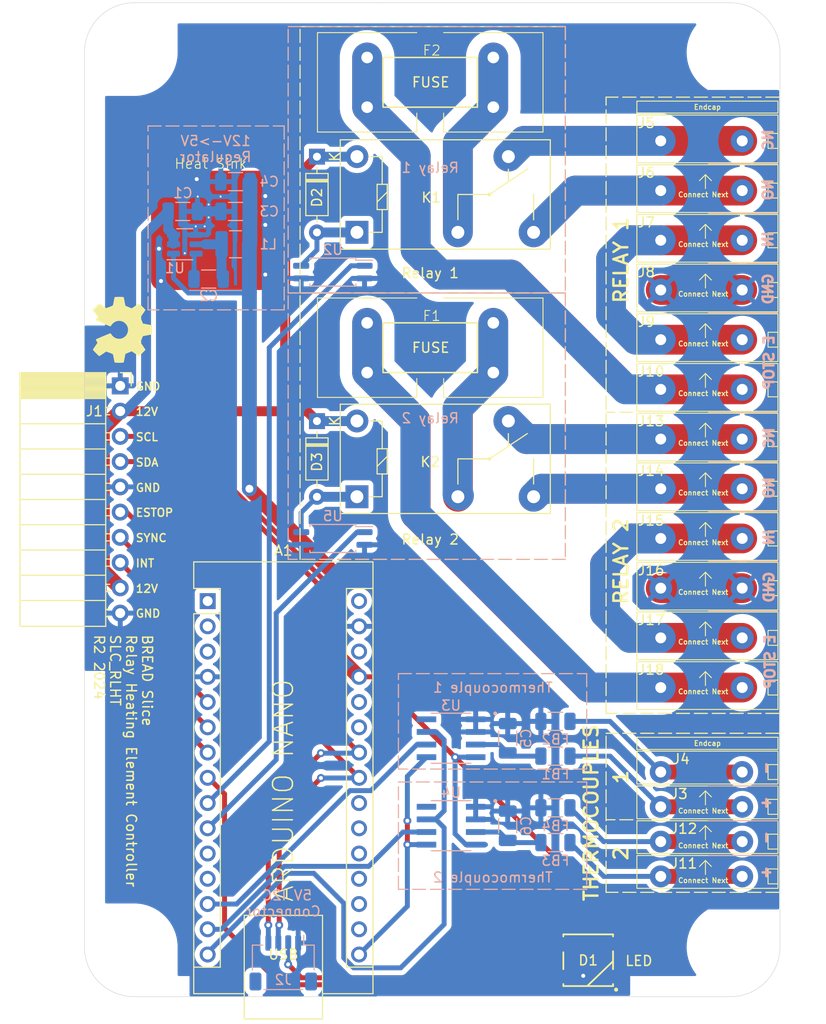
<source format=kicad_pcb>
(kicad_pcb (version 20240108) (generator "pcbnew") (generator_version "8.0")
  (layers (0 "F.Cu" signal) (31 "B.Cu" signal) (34 "B.Paste" user) (35 "F.Paste" user) (36 "B.SilkS" user "B.Silkscreen") (37 "F.SilkS" user "F.Silkscreen") (38 "B.Mask" user) (39 "F.Mask" user) (44 "Edge.Cuts" user))
  (net 0 "")
  (net 3 "GND")
  (net 5 "+5V")
  (net 6 "/LED")
  (net 7 "/I2C_TC_CLK")
  (net 9 "/I2C_DAT")
  (net 11 "/SYNC")
  (net 13 "/E_STOP")
  (net 20 "+12V")
  (net 21 "/INT")
  (net 22 "/TC_DATA")
  (net 23 "/TC_CLK")
  (net 24 "/SS1")
  (net 25 "/SS2")
  (net 26 "/T+1")
  (net 27 "/T+2")
  (net 28 "Net-(FB1-Pad2)")
  (net 29 "Net-(FB2-Pad2)")
  (net 30 "Net-(FB3-Pad2)")
  (net 31 "Net-(FB4-Pad2)")
  (net 34 "/Relay1")
  (net 35 "/Relay2")
  (net 38 "Net-(U1-SW)")
  (net 39 "Net-(U1-BST)")
  (net 40 "FUSE2")
  (net 41 "ESTOP2")
  (net 42 "FUSE1")
  (net 43 "unconnected-(A1-VIN-Pad30)")
  (net 44 "ESTOP1")
  (net 45 "NC1")
  (net 46 "NO1")
  (net 47 "IN1")
  (net 48 "NC2")
  (net 49 "NO2")
  (net 51 "Net-(D2-A)")
  (net 52 "Net-(D3-A)")
  (net 53 "IN2")
  (footprint "MountingHole:MountingHole_5mm" (layer "F.Cu") (at 127.6 44.8)
    (property "Reference" "H1" (hide yes))
    (property "Value" "MountingHole")
  )
  (footprint "MountingHole:MountingHole_5mm" (layer "F.Cu") (at 187.6 44.8)
    (property "Reference" "H3" (hide yes))
    (property "Value" "MountingHole")
  )
  (footprint "MountingHole:MountingHole_5mm" (layer "F.Cu") (at 127.6 134.8)
    (property "Reference" "H2" (hide yes))
    (property "Value" "MountingHole")
  )
  (footprint "MountingHole:MountingHole_5mm" (layer "F.Cu") (at 187.6 134.8)
    (property "Reference" "H4" (hide yes))
    (property "Value" "MountingHole")
  )
  (footprint "Module:Arduino_Nano" (layer "F.Cu") (at 135 100)
    (property "Reference" "A1")
    (property "Value" "Arduino_Nano_v3.x")
  )
  (footprint "Connector_PinSocket_2.54mm:PinSocket_1x10_P2.54mm_Horizontal" (layer "F.Cu") (at 126.2 78.35)
    (property "Reference" "J1")
    (property "Value" "Conn_01x10_Female")
  )
  (footprint "Symbol:OSHW-Symbol_6.7x6mm_SilkScreen" (layer "F.Cu") (at 126.4 72.7 -90)
    (property "Reference" "Logo1" (hide yes))
    (property "Value" "Logo_Open_Hardware_Small" (hide yes))
  )
  (footprint "SparkFun-Connector:Term_PressFit_5mm_H_PC_HVRELAY" (layer "F.Cu") (at 180.6 68.7)
    (property "Reference" "J8")
    (property "Value" "Term_PressFit_Phoenix_Contact")
  )
  (footprint "SparkFun-Connector:Term_PressFit_5mm_H_PC_HVRELAY" (layer "F.Cu") (at 180.6 83.7)
    (property "Reference" "J13")
    (property "Value" "Term_PressFit_Phoenix_Contact")
  )
  (footprint "Diode_THT:D_DO-35_SOD27_P7.62mm_Horizontal" (layer "F.Cu") (at 146 55.29 -90)
    (property "Reference" "D2")
    (property "Value" "General_Purpose_Diode")
  )
  (footprint "SparkFun-Connector:Term_PressFit_5mm_H_PC_HVRELAY" (layer "F.Cu") (at 180.6 93.7)
    (property "Reference" "J15")
    (property "Value" "Term_PressFit_Phoenix_Contact")
  )
  (footprint "SparkFun-Connector:Term_PressFit_3.5mm_H_PC" (layer "F.Cu") (at 180.6 120.7)
    (property "Reference" "J3")
    (property "Value" "Term_PressFit_Phoenix_Contact" (hide yes))
  )
  (footprint "SparkFun-Connector:Term_PressFit_3.5mm_H_PC" (layer "F.Cu") (at 180.6 127.7)
    (property "Reference" "J11")
    (property "Value" "Term_PressFit_Phoenix_Contact" (hide yes))
  )
  (footprint "SparkFun-Connector:Term_PressFit_3.5mm_H_PC" (layer "F.Cu") (at 180.6 124.2)
    (property "Reference" "J12")
    (property "Value" "Term_PressFit_Phoenix_Contact" (hide yes))
  )
  (footprint "SparkFun-Fuse:Thermal Pad" (layer "F.Cu") (at 135.3 62.7)
    (property "Reference" "HS1")
    (property "Value" "Heatsink_Pad")
  )
  (footprint "Relay_THT:Relay_SPDT_Omron-G5Q-1" (layer "F.Cu") (at 150.025 89.5)
    (property "Reference" "K2")
    (property "Value" "G5Q-1")
  )
  (footprint "SparkFun-Fuse:Glass Fuse Clip 5x20MM" (layer "F.Cu") (at 151.05 45.3073)
    (property "Reference" "F2")
    (property "Value" "10A")
  )
  (footprint "SparkFun-Connector:Term_PressFit_5mm_H_PC_HVRELAY" (layer "F.Cu") (at 180.6 73.7)
    (property "Reference" "J9")
    (property "Value" "Term_PressFit_Phoenix_Contact")
  )
  (footprint "SparkFun-Connector:Term_PressFit_5mm_H_PC_HVRELAY" (layer "F.Cu") (at 180.6 78.7)
    (property "Reference" "J10")
    (property "Value" "Term_PressFit_Phoenix_Contact")
  )
  (footprint "SparkFun-Connector:Term_PressFit_3.5mm_H_ENDCAP_PC" (layer "F.Cu") (at 180.6 117.2)
    (property "Reference" "J4")
    (property "Value" "Term_PressFit_Phoenix_Contact" (hide yes))
  )
  (footprint "SparkFun-Connector:Term_PressFit_5mm_H_PC_HVRELAY" (layer "F.Cu") (at 180.6 58.7)
    (property "Reference" "J6")
    (property "Value" "Term_PressFit_Phoenix_Contact")
  )
  (footprint "Diode_THT:D_DO-35_SOD27_P7.62mm_Horizontal" (layer "F.Cu") (at 146 81.89 -90)
    (property "Reference" "D3")
    (property "Value" "General_Purpose_Diode")
  )
  (footprint "SparkFun-Connector:Term_PressFit_5mm_H_PC_HVRELAY" (layer "F.Cu") (at 180.6 103.7)
    (property "Reference" "J17")
    (property "Value" "Term_PressFit_Phoenix_Contact")
  )
  (footprint "SparkFun-LED:WS2812-5050-4PIN" (layer "F.Cu") (at 173.3 136.132769)
    (property "Reference" "D1")
    (property "Value" "WS2812B_5050")
  )
  (footprint "SparkFun-Connector:Term_PressFit_5mm_H_ENDCAP_PC_HVRELAY" (layer "F.Cu") (at 180.6 53.7)
    (property "Reference" "J5")
    (property "Value" "Term_PressFit_Phoenix_Contact")
  )
  (footprint "Relay_THT:Relay_SPDT_Omron-G5Q-1" (layer "F.Cu") (at 150.025 62.9)
    (property "Reference" "K1")
    (property "Value" "G5Q-1")
  )
  (footprint "SparkFun-Fuse:Glass Fuse Clip 5x20MM" (layer "F.Cu") (at 151.05 72.0073)
    (property "Reference" "F1")
    (property "Value" "10A")
  )
  (footprint "SparkFun-Connector:Term_PressFit_5mm_H_PC_HVRELAY" (layer "F.Cu") (at 180.6 63.7)
    (property "Reference" "J7")
    (property "Value" "Term_PressFit_Phoenix_Contact")
  )
  (footprint "SparkFun-Connector:Term_PressFit_5mm_H_PC_HVRELAY" (layer "F.Cu") (at 180.6 108.7)
    (property "Reference" "J18")
    (property "Value" "Term_PressFit_Phoenix_Contact")
  )
  (footprint "SparkFun-Connector:Term_PressFit_5mm_H_PC_HVRELAY" (layer "F.Cu") (at 180.6 98.7)
    (property "Reference" "J16")
    (property "Value" "Term_PressFit_Phoenix_Contact")
  )
  (footprint "SparkFun-Connector:Term_PressFit_5mm_H_PC_HVRELAY" (layer "F.Cu") (at 180.6 88.7)
    (property "Reference" "J14")
    (property "Value" "Term_PressFit_Phoenix_Contact")
  )
  (footprint "Resistor_SMD:R_1206_3216Metric" (layer "B.Cu") (at 170 120.8)
    (property "Reference" "FB4")
    (property "Value" "Ferrite_Bead_Small")
  )
  (footprint "Connector_JST:JST_SH_SM04B-SRSS-TB_1x04-1MP_P1.00mm_Horizontal" (layer "B.Cu") (at 142.61 136.4 180)
    (property "Reference" "J2")
    (property "Value" "I2C_01x04")
  )
  (footprint "Capacitor_SMD:C_1206_3216Metric" (layer "B.Cu") (at 165.2 122.6 90)
    (property "Reference" "C6")
    (property "Value" "0.01 uF")
  )
  (footprint "Capacitor_SMD:C_1206_3216Metric" (layer "B.Cu") (at 137.8 60.8)
    (property "Reference" "C3")
    (property "Value" "22uF")
  )
  (footprint "MAX6675ISA_:SOIC127P600X175-8N" (layer "B.Cu") (at 159.5 122.6 180)
    (property "Reference" "U4")
    (property "Value" "MAX6675ISA+")
  )
  (footprint "Resistor_SMD:R_1206_3216Metric" (layer "B.Cu") (at 170 115.6)
    (property "Reference" "FB1")
    (property "Value" "Ferrite_Bead_Small")
  )
  (footprint "Capacitor_SMD:C_1206_3216Metric" (layer "B.Cu") (at 137.8 57.8)
    (property "Reference" "C4")
    (property "Value" "22uF")
  )
  (footprint "Package_SO:SOP-4_4.4x2.6mm_P1.27mm" (layer "B.Cu") (at 147.6 66.9 180)
    (property "Reference" "U2")
    (property "Value" "TCMT1100")
  )
  (footprint "Package_SO:SOP-4_4.4x2.6mm_P1.27mm" (layer "B.Cu") (at 147.6 93.7 180)
    (property "Reference" "U5")
    (property "Value" "TCMT1100")
  )
  (footprint "Inductor_SMD:L_1210_3225Metric" (layer "B.Cu") (at 137.8 64.1)
    (property "Reference" "L1")
    (property "Value" "4.7uH")
  )
  (footprint "Capacitor_SMD:C_1206_3216Metric" (layer "B.Cu") (at 132.5 60.8 180)
    (property "Reference" "C1")
    (property "Value" "22uF")
  )
  (footprint "Resistor_SMD:R_1206_3216Metric" (layer "B.Cu") (at 170 124.3)
    (property "Reference" "FB3")
    (property "Value" "Ferrite_Bead_Small")
  )
  (footprint "Package_TO_SOT_SMD:TSOT-23-6" (layer "B.Cu") (at 132.7 64.1)
    (property "Reference" "U1")
    (property "Value" "~")
  )
  (footprint "Capacitor_SMD:C_1206_3216Metric" (layer "B.Cu") (at 135.1 67.6 180)
    (property "Reference" "C2")
    (property "Value" "100nF")
  )
  (footprint "Capacitor_SMD:C_1206_3216Metric" (layer "B.Cu") (at 165.2 113.8 90)
    (property "Reference" "C5")
    (property "Value" "0.01 uF")
  )
  (footprint "MAX6675ISA_:SOIC127P600X175-8N" (layer "B.Cu") (at 159.5 113.8 180)
    (property "Reference" "U3")
    (property "Value" "MAX6675ISA+")
  )
  (footprint "Resistor_SMD:R_1206_3216Metric" (layer "B.Cu") (at 170 112.1)
    (property "Reference" "FB2")
    (property "Value" "Ferrite_Bead_Small")
  )
  (gr_rect (start 154.2 107.3) (end 173.15 116.9) (stroke (width 0.12) (type dash)) (fill none) (layer "B.SilkS"))
  (gr_rect (start 154.2 118.2) (end 173.15 129) (stroke (width 0.12) (type dash)) (fill none) (layer "B.SilkS"))
  (gr_rect (start 143.1 69) (end 171 95.8) (stroke (width 0.12) (type dash)) (fill none) (layer "B.SilkS"))
  (gr_rect (start 129 52.2) (end 142.7 70.7) (stroke (width 0.12) (type dash)) (fill none) (layer "B.SilkS"))
  (gr_rect (start 143.1 42.2) (end 171 69) (stroke (width 0.12) (type dash)) (fill none) (layer "B.SilkS"))
  (gr_line (start 177.8 122) (end 175.1 122) (stroke (width 0.12) (type dash)) (layer "F.SilkS"))
  (gr_line (start 192.5 113.3) (end 175.1 113.3) (stroke (width 0.12) (type dash)) (layer "F.SilkS"))
  (gr_line (start 192.5 49.3) (end 175.1 49.3) (stroke (width 0.12) (type dash)) (layer "F.SilkS"))
  (gr_line (start 192.5 111.3) (end 175.1 111.3) (stroke (width 0.12) (type dash)) (layer "F.SilkS"))
  (gr_rect (start 144.3 42.2) (end 171 69) (stroke (width 0.12) (type dash)) (fill none) (layer "F.SilkS"))
  (gr_line (start 175.1 111.3) (end 175.1 49.3) (stroke (width 0.12) (type dash)) (layer "F.SilkS"))
  (gr_line (start 177.8 81) (end 175.1 81) (stroke (width 0.12) (type dash)) (layer "F.SilkS"))
  (gr_line (start 175.1 129.3) (end 175.1 113.3) (stroke (width 0.12) (type dash)) (layer "F.SilkS"))
  (gr_line (start 192.5 129.3) (end 175.1 129.3) (stroke (width 0.12) (type dash)) (layer "F.SilkS"))
  (gr_rect (start 144.3 69) (end 171 95.8) (stroke (width 0.12) (type dash)) (fill none) (layer "F.SilkS"))
  (gr_line (start 192.6 44.8) (end 192.6 94.8) (stroke (width 0.05)) (layer "Edge.Cuts"))
  (gr_arc (start 192.6 134.8) (mid 191.135534 138.335534) (end 187.6 139.8) (stroke (width 0.05)) (layer "Edge.Cuts"))
  (gr_arc (start 122.6 44.8) (mid 124.064466 41.264466) (end 127.6 39.8) (stroke (width 0.05)) (layer "Edge.Cuts"))
  (gr_line (start 192.6 94.8) (end 192.6 134.8) (stroke (width 0.05)) (layer "Edge.Cuts"))
  (gr_line (start 122.6 134.8) (end 122.6 44.8) (stroke (width 0.05)) (layer "Edge.Cuts"))
  (gr_line (start 127.6 39.8) (end 152.6 39.8) (stroke (width 0.05)) (layer "Edge.Cuts"))
  (gr_arc (start 127.6 139.8) (mid 124.064466 138.335534) (end 122.6 134.8) (stroke (width 0.05)) (layer "Edge.Cuts"))
  (gr_line (start 152.6 139.8) (end 187.6 139.8) (stroke (width 0.05)) (layer "Edge.Cuts"))
  (gr_line (start 127.6 139.8) (end 152.6 139.8) (stroke (width 0.05)) (layer "Edge.Cuts"))
  (gr_line (start 152.6 39.8) (end 187.6 39.8) (stroke (width 0.05)) (layer "Edge.Cuts"))
  (gr_arc (start 187.6 39.8) (mid 191.135534 41.264466) (end 192.6 44.8) (stroke (width 0.05)) (layer "Edge.Cuts"))
  (gr_text "+" (at 191.3 127.299999 -90) (layer "B.SilkS") (effects (font (size 1 1) (thickness 0.25)) (justify mirror)))
  (gr_text "NO" (at 191.5 88.599998 90) (layer "B.SilkS") (effects (font (size 1 1) (thickness 0.25)) (justify mirror)))
  (gr_text "Relay 2" (at 157.4 81.6 0) (layer "B.SilkS") (effects (font (size 1 1)) (justify mirror)))
  (gr_text "IN" (at 191.5 93.599999 90) (layer "B.SilkS") (effects (font (size 1 1) (thickness 0.25)) (justify mirror)))
  (gr_text "Thermocouple 1" (at 163.7 108.7 0) (layer "B.SilkS") (effects (font (size 1 1)) (justify mirror)))
  (gr_text "GND" (at 191.4 68.6 90) (layer "B.SilkS") (effects (font (size 1 1) (thickness 0.25)) (justify mirror)))
  (gr_text "Relay 1" (at 157.4 56.4 0) (layer "B.SilkS") (effects (font (size 1 1)) (justify mirror)))
  (gr_text "+" (at 191.3 120.3 -90) (layer "B.SilkS") (effects (font (size 1 1) (thickness 0.25)) (justify mirror)))
  (gr_text "5V I2C \nConnector" (at 142.61 131.8 0) (layer "B.SilkS") (effects (font (size 1 1)) (justify bottom mirror)))
  (gr_text "Thermocouple 2" (at 163.7 127.8 0) (layer "B.SilkS") (effects (font (size 1 1)) (justify mirror)))
  (gr_text "E STOP" (at 191.6 106.1 90) (layer "B.SilkS") (effects (font (size 1 1) (thickness 0.25)) (justify mirror)))
  (gr_text "NC" (at 191.4 53.6 90) (layer "B.SilkS") (effects (font (size 1 1) (thickness 0.25)) (justify mirror)))
  (gr_text "12V->5V\nRegulator" (at 135.8 55.9 0) (layer "B.SilkS") (effects (font (size 1 1)) (justify bottom mirror)))
  (gr_text "E STOP" (at 191.5 76 90) (layer "B.SilkS") (effects (font (size 1 1) (thickness 0.25)) (justify mirror)))
  (gr_text "NO" (at 191.4 58.599999 90) (layer "B.SilkS") (effects (font (size 1 1) (thickness 0.25)) (justify mirror)))
  (gr_text "-" (at 191.3 123.799999 -90) (layer "B.SilkS") (effects (font (size 1 1) (thickness 0.25)) (justify mirror)))
  (gr_text "IN" (at 191.4 63.6 90) (layer "B.SilkS") (effects (font (size 1 1) (thickness 0.25)) (justify mirror)))
  (gr_text "GND" (at 191.5 98.599999 90) (layer "B.SilkS") (effects (font (size 1 1) (thickness 0.25)) (justify mirror)))
  (gr_text "NC" (at 191.5 83.599999 90) (layer "B.SilkS") (effects (font (size 1 1) (thickness 0.25)) (justify mirror)))
  (gr_text "-" (at 191.3 116.8 -90) (layer "B.SilkS") (effects (font (size 1 1) (thickness 0.25)) (justify mirror)))
  (gr_text "RELAY 2" (at 176.6 96 90) (layer "F.SilkS") (effects (font (size 1.4 1.4) (thickness 0.25))))
  (gr_text "GND" (at 129 88.6 0) (layer "F.SilkS") (effects (font (size 0.8 0.8))))
  (gr_text "RELAY 1" (at 176.6 65.7 90) (layer "F.SilkS") (effects (font (size 1.4 1.4) (thickness 0.25))))
  (gr_text "LED" (at 178.4 136.2 0) (layer "F.SilkS") (effects (font (size 1 1))))
  (gr_text "12V" (at 128.885715 98.75 0) (layer "F.SilkS") (effects (font (size 0.8 0.8))))
  (gr_text "Relay 2" (at 157.4 93.8 0) (layer "F.SilkS") (effects (font (size 1 1))))
  (gr_text "SYNC" (at 129.32381 93.65 0) (layer "F.SilkS") (effects (font (size 0.8 0.8))))
  (gr_text "GND" (at 129 101.25 0) (layer "F.SilkS") (effects (font (size 0.8 0.8))))
  (gr_text "BREAD Slice\nRelay Heating Element Controller\nSLC_RLHT\nR2 2024" (at 126.5 103.3 270) (layer "F.SilkS") (effects (font (size 1 1)) (justify left)))
  (gr_text "GND" (at 129 78.4 0) (layer "F.SilkS") (effects (font (size 0.8 0.8))))
  (gr_text "2" (at 176.6 125.4 90) (layer "F.SilkS") (effects (font (size 1.4 1.4) (thickness 0.25))))
  (gr_text "THERMOCOUPLES" (at 173.6 121.3 90) (layer "F.SilkS") (effects (font (size 1.4 1.4) (thickness 0.25))))
  (gr_text "ESTOP" (at 129.647619 91.1 0) (layer "F.SilkS") (effects (font (size 0.8 0.8))))
  (gr_text "1" (at 176.6 117.7 90) (layer "F.SilkS") (effects (font (size 1.4 1.4) (thickness 0.25))))
  (gr_text "Relay 1" (at 157.4 67 0) (layer "F.SilkS") (effects (font (size 1 1))))
  (gr_text "INT" (at 128.695238 96.2 0) (layer "F.SilkS") (effects (font (size 0.8 0.8))))
  (gr_text "SDA" (at 128.904762 86.05 0) (layer "F.SilkS") (effects (font (size 0.8 0.8))))
  (gr_text "SCL" (at 128.885715 83.5 0) (layer "F.SilkS") (effects (font (size 0.8 0.8))))
  (gr_text "ARDUINO NANO" (at 142.61 119.05 90) (layer "F.SilkS") (effects (font (size 2 2))))
  (gr_text "12V" (at 128.885715 80.95 0) (layer "F.SilkS") (effects (font (size 0.8 0.8))))
  (segment (start 188.8 98.7) (end 180.6 98.7) (width 3) (layer "F.Cu") (net 3))
  (segment (start 180.6 68.7) (end 188.8 68.7) (width 3) (layer "F.Cu") (net 3))
  (segment (start 172.8 137.7) (end 172.832769 137.732769) (width 0.5) (layer "F.Cu") (net 3))
  (segment (start 172.832769 137.732769) (end 175.877 137.732769) (width 0.5) (layer "F.Cu") (net 3))
  (via (at 140.8 62.15) (size 0.8) (drill 0.4) (layers "F.Cu" "B.Cu") (net 3))
  (via (at 140.8 59.25) (size 0.8) (drill 0.4) (layers "F.Cu" "B.Cu") (net 3))
  (via (at 134.7 62.3) (size 0.5) (drill 0.2) (layers "F.Cu" "B.Cu") (net 3))
  (via (at 130.3 67.8) (size 0.8) (drill 0.4) (layers "F.Cu" "B.Cu") (net 3))
  (via (at 130.1 64.55) (size 0.8) (drill 0.4) (layers "F.Cu" "B.Cu") (net 3))
  (via (at 135.1 60.1) (size 0.5) (drill 0.2) (layers "F.Cu" "B.Cu") (net 3))
  (via (at 133.8 62.3) (size 0.5) (drill 0.2) (layers "F.Cu" "B.Cu") (net 3))
  (via (at 133.9 57.55) (size 0.8) (drill 0.4) (layers "F.Cu" "B.Cu") (net 3))
  (via (at 172.8 137.7) (size 0.8) (drill 0.4) (layers "F.Cu" "B.Cu") (net 3))
  (via (at 134 59.3) (size 0.5) (drill 0.2) (layers "F.Cu" "B.Cu") (net 3))
  (via (at 136.3 59.3) (size 0.5) (drill 0.2) (layers "F.Cu" "B.Cu") (net 3))
  (via (at 132.7 65) (size 0.5) (drill 0.2) (layers "F.Cu" "B.Cu") (net 3))
  (via (at 140.8 67.15) (size 0.8) (drill 0.4) (layers "F.Cu" "B.Cu") (net 3))
  (via (at 135.1 61.4) (size 0.5) (drill 0.2) (layers "F.Cu" "B.Cu") (net 3))
  (segment (start 133.975 60.8) (end 135.1 60.8) (width 1) (layer "B.Cu") (net 3))
  (segment (start 135.1 61.4) (end 135.1 61.6) (width 0.5) (layer "B.Cu") (net 3))
  (segment (start 133.8 62.3) (end 132.9 62.3) (width 0.5) (layer "B.Cu") (net 3))
  (segment (start 132.7 62.5) (end 132.7 63.2) (width 0.5) (layer "B.Cu") (net 3))
  (segment (start 133.8 62.3) (end 133.8 63.1125) (width 0.5) (layer "B.Cu") (net 3))
  (segment (start 135.1 61.9) (end 134.7 62.3) (width 0.5) (layer "B.Cu") (net 3))
  (segment (start 134.95 63.15) (end 135.1 63) (width 0.5) (layer "B.Cu") (net 3))
  (segment (start 134.7 62.3) (end 133.8 62.3) (width 0.5) (layer "B.Cu") (net 3))
  (segment (start 135.1 63) (end 135.1 61.6) (width 0.5) (layer "B.Cu") (net 3))
  (segment (start 135.5 59.3) (end 137.2 59.3) (width 0.5) (layer "B.Cu") (net 3))
  (segment (start 136.3 59.3) (end 135.5 59.3) (width 0.5) (layer "B.Cu") (net 3))
  (segment (start 135.1 60.8) (end 135.1 60.1) (width 0.5) (layer "B.Cu") (net 3))
  (segment (start 135.1 60.8) (end 136.325 60.8) (width 1) (layer "B.Cu") (net 3))
  (segment (start 132.7 63.2) (end 132.7 65) (width 0.5) (layer "B.Cu") (net 3))
  (segment (start 133.8375 63.15) (end 134.95 63.15) (width 0.5) (layer "B.Cu") (net 3))
  (segment (start 135.1 60.8) (end 135.1 61.4) (width 0.5) (layer "B.Cu") (net 3))
  (segment (start 135.1 61.6) (end 135.1 61.9) (width 0.5) (layer "B.Cu") (net 3))
  (segment (start 132.75 63.15) (end 132.7 63.2) (width 0.5) (layer "B.Cu") (net 3))
  (segment (start 133.8 63.1125) (end 133.8375 63.15) (width 0.5) (layer "B.Cu") (net 3))
  (segment (start 133.8375 63.15) (end 132.75 63.15) (width 0.5) (layer "B.Cu") (net 3))
  (segment (start 132.9 62.3) (end 132.7 62.5) (width 0.5) (layer "B.Cu") (net 3))
  (segment (start 144.4495 137.9) (end 166.91005 137.9) (width 0.5) (layer "F.Cu") (net 5))
  (segment (start 150.22 107.62) (end 150.24 107.62) (width 1.5) (layer "F.Cu") (net 5))
  (segment (start 143.1 136.5505) (end 144.4495 137.9) (width 0.5) (layer "F.Cu") (net 5))
  (segment (start 139.2 88.7) (end 147.9 97.4) (width 1.5) (layer "F.Cu") (net 5))
  (segment (start 170.723 126.523) (end 170.723 134.532769) (width 0.5) (layer "F.Cu") (net 5))
  (segment (start 166.91005 137.9) (end 170.277281 134.532769) (width 0.5) (layer "F.Cu") (net 5))
  (segment (start 159.9 115.7) (end 170.723 126.523) (width 0.5) (layer "F.Cu") (net 5))
  (segment (start 147.9 105.3) (end 150.22 107.62) (width 1.5) (layer "F.Cu") (net 5))
  (segment (start 151.82 107.62) (end 150.24 107.62) (width 0.5) (layer "F.Cu") (net 5))
  (segment (start 147.9 97.4) (end 147.9 105.3) (width 1.5) (layer "F.Cu") (net 5))
  (segment (start 170.277281 134.532769) (end 170.723 134.532769) (width 0.5) (layer "F.Cu") (net 5))
  (segment (start 159.9 115.7) (end 151.82 107.62) (width 0.5) (layer "F.Cu") (net 5))
  (via (at 139.2 88.7) (size 1.5) (drill 0.8) (layers "F.Cu" "B.Cu") (net 5))
  (via (at 159.9 115.7) (size 0.8) (drill 0.4) (layers "F.Cu" "B.Cu") (net 5))
  (via (at 143.1 136.5505) (size 0.8) (drill 0.4) (layers "F.Cu" "B.Cu") (net 5))
  (segment (start 160.990001 124.505) (end 161.975 124.505) (width 0.5) (layer "B.Cu") (net 5))
  (segment (start 159.9 115.7) (end 160.79 115.7) (width 0.5) (layer "B.Cu") (net 5))
  (segment (start 139.2 88.7) (end 139.2 69) (width 1.5) (layer "B.Cu") (net 5))
  (segment (start 139.25 60.825) (end 139.25 64.05) (width 1.5) (layer "B.Cu") (net 5))
  (segment (start 160.79 115.7) (end 160.795 115.705) (width 0.5) (layer "B.Cu") (net 5))
  (segment (start 160.795 115.705) (end 161.975 115.705) (width 0.5) (layer "B.Cu") (net 5))
  (segment (start 139.25 64.05) (end 139.2 64.1) (width 1.5) (layer "B.Cu") (net 5))
  (segment (start 131.5625 67.509378) (end 133.053122 69) (width 0.5) (layer "B.Cu") (net 5))
  (segment (start 159.9 115.7) (end 159.9 123.414999) (width 0.5) (layer "B.Cu") (net 5))
  (segment (start 131.5625 65.05) (end 131.5625 67.509378) (width 0.5) (layer "B.Cu") (net 5))
  (segment (start 139.2 69) (end 139.2 64.1) (width 1.5) (layer "B.Cu") (net 5))
  (segment (start 139.25 60.775) (end 139.275 60.8) (width 1.5) (layer "B.Cu") (net 5))
  (segment (start 139.25 57.825) (end 139.25 60.775) (width 1.5) (layer "B.Cu") (net 5))
  (segment (start 161.975 124.505) (end 162.959999 124.505) (width 0.5) (layer "B.Cu") (net 5))
  (segment (start 133.053122 69) (end 139.2 69) (width 0.5) (layer "B.Cu") (net 5))
  (segment (start 159.9 123.414999) (end 160.990001 124.505) (width 0.5) (layer "B.Cu") (net 5))
  (segment (start 139.275 64.025) (end 139.2 64.1) (width 1) (layer "B.Cu") (net 5))
  (segment (start 139.275 57.8) (end 139.25 57.825) (width 1.5) (layer "B.Cu") (net 5))
  (segment (start 143.11 136.5405) (end 143.11 134.4) (width 0.5) (layer "B.Cu") (net 5))
  (segment (start 139.275 60.8) (end 139.25 60.825) (width 1.5) (layer "B.Cu") (net 5))
  (segment (start 143.1 136.5505) (end 143.11 136.5405) (width 0.5) (layer "B.Cu") (net 5))
  (segment (start 150.42 107.8) (end 150.24 107.62) (width 0.5) (layer "B.Cu") (net 5))
  (segment (start 142.4 138.6) (end 167.2 138.6) (width 0.5) (layer "F.Cu") (net 6))
  (segment (start 135 117.78) (end 135.08 117.78) (width 0.5) (layer "F.Cu") (net 6))
  (segment (start 167.2 138.6) (end 169.6 136.2) (width 0.5) (layer "F.Cu") (net 6))
  (segment (start 174.209769 136.2) (end 175.877 134.532769) (width 0.5) (layer "F.Cu") (net 6))
  (segment (start 136.7 119.4) (end 136.7 132.9) (width 0.5) (layer "F.Cu") (net 6))
  (segment (start 169.6 136.2) (end 174.209769 136.2) (width 0.5) (layer "F.Cu") (net 6))
  (segment (start 136.7 132.9) (end 142.4 138.6) (width 0.5) (layer "F.Cu") (net 6))
  (segment (start 135.08 117.78) (end 136.7 119.4) (width 0.5) (layer "F.Cu") (net 6))
  (segment (start 150.24 115.24) (end 146.7 111.7) (width 0.5) (layer "F.Cu") (net 7))
  (segment (start 146.7 97.9) (end 132.23 83.43) (width 0.5) (layer "F.Cu") (net 7))
  (segment (start 141.1 132.6) (end 141.1 120.6) (width 0.5) (layer "F.Cu") (net 7))
  (segment (start 132.23 83.43) (end 126.2 83.43) (width 0.5) (layer "F.Cu") (net 7))
  (segment (start 141.1 120.6) (end 146.4 115.3) (width 0.5) (layer "F.Cu") (net 7))
  (segment (start 146.7 111.7) (end 146.7 97.9) (width 0.5) (layer "F.Cu") (net 7))
  (via (at 141.1 132.6) (size 0.8) (drill 0.4) (layers "F.Cu" "B.Cu") (net 7))
  (via (at 146.4 115.3) (size 0.8) (drill 0.4) (layers "F.Cu" "B.Cu") (net 7))
  (segment (start 150.18 115.3) (end 150.24 115.24) (width 0.5) (layer "B.Cu") (net 7))
  (segment (start 141.11 132.61) (end 141.1 132.6) (width 0.5) (layer "B.Cu") (net 7))
  (segment (start 141.11 134.4) (end 141.11 132.61) (width 0.5) (layer "B.Cu") (net 7))
  (segment (start 146.4 115.3) (end 150.18 115.3) (width 0.5) (layer "B.Cu") (net 7))
  (segment (start 150.24 117.78) (end 146 113.54) (width 0.5) (layer "F.Cu") (net 9))
  (segment (start 142.2 122) (end 142.2 132.6) (width 0.5) (layer "F.Cu") (net 9))
  (segment (start 146.4 117.8) (end 142.2 122) (width 0.5) (layer "F.Cu") (net 9))
  (segment (start 133.78005 85.97) (end 126.2 85.97) (width 0.5) (layer "F.Cu") (net 9))
  (segment (start 146 98.18995) (end 133.78005 85.97) (width 0.5) (layer "F.Cu") (net 9))
  (segment (start 146 113.54) (end 146 98.18995) (width 0.5) (layer "F.Cu") (net 9))
  (via (at 146.4 117.8) (size 0.8) (drill 0.4) (layers "F.Cu" "B.Cu") (net 9))
  (via (at 142.2 132.6) (size 0.8) (drill 0.4) (layers "F.Cu" "B.Cu") (net 9))
  (segment (start 150.22 117.8) (end 150.24 117.78) (width 0.5) (layer "B.Cu") (net 9))
  (segment (start 146.4 117.8) (end 150.22 117.8) (width 0.5) (layer "B.Cu") (net 9))
  (segment (start 142.11 132.69) (end 142.2 132.6) (width 0.5) (layer "B.Cu") (net 9))
  (segment (start 142.11 134.4) (end 142.11 132.69) (width 0.5) (layer "B.Cu") (net 9))
  (segment (start 128.4 108.64) (end 135 115.24) (width 0.5) (layer "F.Cu") (net 11))
  (segment (start 128.4 98.33) (end 128.4 108.64) (width 0.5) (layer "F.Cu") (net 11))
  (segment (start 126.2 96.13) (end 128.4 98.33) (width 0.5) (layer "F.Cu") (net 11))
  (segment (start 126.85 91.05) (end 129.8 94) (width 0.5) (layer "F.Cu") (net 13))
  (segment (start 129.8 94) (end 129.8 104.96) (width 0.5) (layer "F.Cu") (net 13))
  (segment (start 126.2 91.05) (end 126.85 91.05) (width 0.5) (layer "F.Cu") (net 13))
  (segment (start 129.8 104.96) (end 135 110.16) (width 0.5) (layer "F.Cu") (net 13))
  (segment (start 126.194415 80.89) (end 124.4 82.684415) (width 1.5) (layer "F.Cu") (net 20))
  (segment (start 146 55.3) (end 146 55.29) (width 1) (layer "F.Cu") (net 20))
  (segment (start 145.99 81.9) (end 146 81.89) (width 1) (layer "F.Cu") (net 20))
  (segment (start 146 55.29) (end 142.8 58.49) (width 1) (layer "F.Cu") (net 20))
  (segment (start 145.01 80.9) (end 146 81.89) (width 1) (layer "F.Cu") (net 20))
  (segment (start 142.8 78.69) (end 146 81.89) (width 1) (layer "F.Cu") (net 20))
  (segment (start 126.2 80.89) (end 126.194415 80.89) (width 1.5) (layer "F.Cu") (net 20))
  (segment (start 124.4 82.684415) (end 124.4 96.875585) (width 1.5) (layer "F.Cu") (net 20))
  (segment (start 126.2 80.89) (end 126.21 80.9) (width 1) (layer "F.Cu") (net 20))
  (segment (start 126.21 80.9) (end 145.01 80.9) (width 1) (layer "F.Cu") (net 20))
  (segment (start 124.4 96.875585) (end 126.194415 98.67) (width 1.5) (layer "F.Cu") (net 20))
  (segment (start 126.194415 98.67) (end 126.2 98.67) (width 1.5) (layer "F.Cu") (net 20))
  (segment (start 142.8 58.49) (end 142.8 78.69) (width 1) (layer "F.Cu") (net 20))
  (segment (start 128.8 78.8) (end 126.71 80.89) (width 1) (layer "B.Cu") (net 20))
  (segment (start 126.71 80.89) (end 126.2 80.89) (width 1) (layer "B.Cu") (net 20))
  (segment (start 150.015 55.29) (end 150.025 55.28) (width 1) (layer "B.Cu") (net 20))
  (segment (start 131.025 60.8) (end 128.8 63.025) (width 1) (layer "B.Cu") (net 20))
  (segment (start 128.8 63.025) (end 128.8 78.8) (width 1) (layer "B.Cu") (net 20))
  (segment (start 146 55.29) (end 150.015 55.29) (width 1) (layer "B.Cu") (net 20))
  (segment (start 150.015 81.89) (end 150.025 81.88) (width 1) (layer "B.Cu") (net 20))
  (segment (start 131.025 60.8) (end 131.025 62.6125) (width 1) (layer "B.Cu") (net 20))
  (segment (start 149.615 81.89) (end 149.625 81.88) (width 1) (layer "B.Cu") (net 20))
  (segment (start 131.5625 63.15) (end 131.5625 64.05) (width 1) (layer "B.Cu") (net 20))
  (segment (start 146 81.89) (end 150.015 81.89) (width 1) (layer "B.Cu") (net 20))
  (segment (start 131.025 62.6125) (end 131.5625 63.15) (width 1) (layer "B.Cu") (net 20))
  (segment (start 129.1 96.49) (end 129.1 106.8) (width 0.5) (layer "F.Cu") (net 21))
  (segment (start 126.2 93.59) (end 129.1 96.49) (width 0.5) (layer "F.Cu") (net 21))
  (segment (start 129.1 106.8) (end 135 112.7) (width 0.5) (layer "F.Cu") (net 21))
  (segment (start 157.935 121.965) (end 157.025 121.965) (width 0.5) (layer "B.Cu") (net 22))
  (segment (start 145.69 127.39) (end 142.9899 127.39) (width 0.5) (layer "B.Cu") (net 22))
  (segment (start 135 135.3799) (end 135 135.56) (width 0.5) (layer "B.Cu") (net 22))
  (segment (start 142.9899 127.39) (end 135 135.3799) (width 0.5) (layer "B.Cu") (net 22))
  (segment (start 158.8 113.955001) (end 158.8 121.1) (width 0.5) (layer "B.Cu") (net 22))
  (segment (start 157.203 113.183) (end 157.824524 113.183) (width 0.5) (layer "B.Cu") (net 22))
  (segment (start 157.965 121.965) (end 158.8 122.8) (width 0.5) (layer "B.Cu") (net 22))
  (segment (start 158.8 132.523348) (end 154.423348 136.9) (width 0.5) (layer "B.Cu") (net 22))
  (segment (start 157.025 121.965) (end 157.965 121.965) (width 0.5) (layer "B.Cu") (net 22))
  (segment (start 148.7 130.4) (end 145.69 127.39) (width 0.5) (layer "B.Cu") (net 22))
  (segment (start 149.7 136.9) (end 148.7 135.9) (width 0.5) (layer "B.Cu") (net 22))
  (segment (start 154.423348 136.9) (end 149.7 136.9) (width 0.5) (layer "B.Cu") (net 22))
  (segment (start 158.8 122.8) (end 158.8 132.523348) (width 0.5) (layer "B.Cu") (net 22))
  (segment (start 157.025 113.165) (end 158.009999 113.165) (width 0.5) (layer "B.Cu") (net 22))
  (segment (start 148.7 135.9) (end 148.7 130.4) (width 0.5) (layer "B.Cu") (net 22))
  (segment (start 158.009999 113.165) (end 158.8 113.955001) (width 0.5) (layer "B.Cu") (net 22))
  (segment (start 158.8 121.1) (end 157.935 121.965) (width 0.5) (layer "B.Cu") (net 22))
  (segment (start 155.1 122.1) (end 155.1 124.5) (width 0.5) (layer "F.Cu") (net 23))
  (via (at 155.1 124.5) (size 0.8) (drill 0.4) (layers "F.Cu" "B.Cu") (net 23))
  (via (at 155.1 122.1) (size 0.8) (drill 0.4) (layers "F.Cu" "B.Cu") (net 23))
  (segment (start 155.1 124.5) (end 155.1 130.7) (width 0.5) (layer "B.Cu") (net 23))
  (segment (start 155.1 124.5) (end 157.02 124.5) (width 0.5) (layer "B.Cu") (net 23))
  (segment (start 157.02 124.5) (end 157.025 124.505) (width 0.5) (layer "B.Cu") (net 23))
  (segment (start 155.1 117.63) (end 157.025 115.705) (width 0.5) (layer "B.Cu") (net 23))
  (segment (start 155.1 122.1) (end 155.1 117.63) (width 0.5) (layer "B.Cu") (net 23))
  (segment (start 155.1 130.7) (end 150.24 135.56) (width 0.5) (layer "B.Cu") (net 23))
  (segment (start 137.92 130.48) (end 149.33 119.07) (width 0.5) (layer "B.Cu") (net 24))
  (segment (start 135 130.48) (end 137.92 130.48) (width 0.5) (layer "B.Cu") (net 24))
  (segment (start 149.33 119.07) (end 151.43 119.07) (width 0.5) (layer "B.Cu") (net 24))
  (segment (start 156.065 114.435) (end 157.025 114.435) (width 0.5) (layer "B.Cu") (net 24))
  (segment (start 151.43 119.07) (end 156.065 114.435) (width 0.5) (layer "B.Cu") (net 24))
  (segment (start 154.665 123.235) (end 157.025 123.235) (width 0.5) (layer "B.Cu") (net 25))
  (segment (start 135 133.02) (end 136.36995 133.02) (width 0.5) (layer "B.Cu") (net 25))
  (segment (start 142.69995 126.69) (end 151.21 126.69) (width 0.5) (layer "B.Cu") (net 25))
  (segment (start 136.36995 133.02) (end 142.69995 126.69) (width 0.5) (layer "B.Cu") (net 25))
  (segment (start 151.21 126.69) (end 154.665 123.235) (width 0.5) (layer "B.Cu") (net 25))
  (segment (start 164.36 114.435) (end 161.975 114.435) (width 0.5) (layer "B.Cu") (net 26))
  (segment (start 165.525 115.6) (end 165.2 115.275) (width 0.5) (layer "B.Cu") (net 26))
  (segment (start 165.2 115.275) (end 164.36 114.435) (width 0.5) (layer "B.Cu") (net 26))
  (segment (start 168.5375 115.6) (end 165.525 115.6) (width 0.5) (layer "B.Cu") (net 26))
  (segment (start 164.36 123.235) (end 161.975 123.235) (width 0.5) (layer "B.Cu") (net 27))
  (segment (start 165.2 124.075) (end 164.36 123.235) (width 0.5) (layer "B.Cu") (net 27))
  (segment (start 168.5375 124.3) (end 165.425 124.3) (width 0.5) (layer "B.Cu") (net 27))
  (segment (start 165.425 124.3) (end 165.2 124.075) (width 0.5) (layer "B.Cu") (net 27))
  (segment (start 188.8 120.7) (end 180.6 120.7) (width 1.5) (layer "F.Cu") (net 28))
  (segment (start 175.5 115.6) (end 171.4625 115.6) (width 0.5) (layer "B.Cu") (net 28))
  (segment (start 180.6 120.7) (end 175.5 115.6) (width 0.5) (layer "B.Cu") (net 28))
  (segment (start 171.6 115.6) (end 171.4625 115.6) (width 0.5) (layer "B.Cu") (net 28))
  (segment (start 188.8 117.2) (end 180.6 117.2) (width 1.5) (layer "F.Cu") (net 29))
  (segment (start 171.6 112.1) (end 171.4625 112.1) (width 0.5) (layer "B.Cu") (net 29))
  (segment (start 180.6 117.2) (end 175.5 112.1) (width 0.5) (layer "B.Cu") (net 29))
  (segment (start 175.5 112.1) (end 171.4625 112.1) (width 0.5) (layer "B.Cu") (net 29))
  (segment (start 180.6 127.7) (end 188.8 127.7) (width 1.5) (layer "F.Cu") (net 30))
  (segment (start 174.8625 127.7) (end 171.4625 124.3) (width 0.5) (layer "B.Cu") (net 30))
  (segment (start 180.6 127.7) (end 174.8625 127.7) (width 0.5) (layer "B.Cu") (net 30))
  (segment (start 188.8 124.2) (end 180.6 124.2) (width 1.5) (layer "F.Cu") (net 31))
  (segment (start 174.8625 124.2) (end 171.4625 120.8) (width 0.5) (layer "B.Cu") (net 31))
  (segment (start 180.6 124.2) (end 174.8625 124.2) (width 0.5) (layer "B.Cu") (net 31))
  (segment (start 141.2 114.12) (end 135 120.32) (width 0.5) (layer "B.Cu") (net 34))
  (segment (start 149.435 66.265) (end 141.2 74.5) (width 0.5) (layer "B.Cu") (net 34))
  (segment (start 141.2 74.5) (end 141.2 114.12) (width 0.5) (layer "B.Cu") (net 34))
  (segment (start 150.7875 66.265) (end 149.435 66.265) (width 0.5) (layer "B.Cu") (net 34))
  (segment (start 141.9 115.96) (end 135 122.86) (width 0.5) (layer "B.Cu") (net 35))
  (segment (start 150.035 93.065) (end 141.9 101.2) (width 0.5) (layer "B.Cu") (net 35))
  (segment (start 141.9 101.2) (end 141.9 115.96) (width 0.5) (layer "B.Cu") (net 35))
  (segment (start 150.7875 93.065) (end 150.035 93.065) (width 0.5) (layer "B.Cu") (net 35))
  (segment (start 136.4 67.425) (end 136.575 67.6) (width 1) (layer "B.Cu") (net 38))
  (segment (start 136.4 64.1) (end 134.756238 64.1) (width 1) (layer "B.Cu") (net 38))
  (segment (start 136.4 64.1) (end 136.4 67.425) (width 1) (layer "B.Cu") (net 38))
  (segment (start 133.625 65.2625) (end 133.8375 65.05) (width 0.5) (layer "B.Cu") (net 39))
  (segment (start 133.625 67.6) (end 133.625 65.2625) (width 0.5) (layer "B.Cu") (net 39))
  (segment (start 163.75 77.0073) (end 160.185 80.5723) (width 3) (layer "F.Cu") (net 40))
  (segment (start 163.75 72.0073) (end 163.75 77.0073) (width 3) (layer "F.Cu") (net 40))
  (segment (start 160.185 80.5723) (end 160.185 89.5) (width 3) (layer "F.Cu") (net 40))
  (segment (start 160.15 89.239592) (end 160.297704 89.387296) (width 3) (layer "B.Cu") (net 40))
  (segment (start 163.75 72.0073) (end 163.75 77.0073) (width 3) (layer "B.Cu") (net 40))
  (segment (start 163.75 77.0073) (end 160.15 80.6073) (width 3) (layer "B.Cu") (net 40))
  (segment (start 160.15 80.6073) (end 160.15 89.239592) (width 3) (layer "B.Cu") (net 40))
  (segment (start 151.05 72.0073) (end 151.05 77.0073) (width 3) (layer "F.Cu") (net 41))
  (segment (start 155.935 91.260408) (end 155.935 81.8923) (width 3) (layer "F.Cu") (net 41))
  (segment (start 180.6 108.7) (end 173.374592 108.7) (width 3) (layer "F.Cu") (net 41))
  (segment (start 188.8 108.7) (end 180.6 108.7) (width 3) (layer "F.Cu") (net 41))
  (segment (start 155.935 81.8923) (end 151.05 77.0073) (width 3) (layer "F.Cu") (net 41))
  (segment (start 173.374592 108.7) (end 155.935 91.260408) (width 3) (layer "F.Cu") (net 41))
  (segment (start 173.4 108.7) (end 180.6 108.7) (width 3) (layer "B.Cu") (net 41))
  (segment (start 155.9 81.8573) (end 155.9 91.2) (width 3) (layer "B.Cu") (net 41))
  (segment (start 155.9 91.2) (end 173.4 108.7) (width 3) (layer "B.Cu") (net 41))
  (segment (start 151.05 72.0073) (end 151.05 77.0073) (width 3) (layer "B.Cu") (net 41))
  (segment (start 151.05 77.0073) (end 155.9 81.8573) (width 3) (layer "B.Cu") (net 41))
  (segment (start 160.185 53.8723) (end 163.75 50.3073) (width 3) (layer "F.Cu") (net 42))
  (segment (start 160.185 62.9) (end 160.185 53.8723) (width 3) (layer "F.Cu") (net 42))
  (segment (start 163.75 50.3073) (end 163.75 45.3073) (width 3) (layer "F.Cu") (net 42))
  (segment (start 160.185 53.8723) (end 160.185 62.9) (width 3) (layer "B.Cu") (net 42))
  (segment (start 163.75 45.3073) (end 163.75 50.3073) (width 3) (layer "B.Cu") (net 42))
  (segment (start 163.75 50.3073) (end 160.185 53.8723) (width 3) (layer "B.Cu") (net 42))
  (segment (start 150.257 100.017) (end 150.24 100) (width 1.5) (layer "B.Cu") (net 43))
  (segment (start 177.1 78.7) (end 165.55 67.15) (width 3) (layer "F.Cu") (net 44))
  (segment (start 158.424592 67.15) (end 155.935 64.660408) (width 3) (layer "F.Cu") (net 44))
  (segment (start 155.935 55.1923) (end 151.05 50.3073) (width 3) (layer "F.Cu") (net 44))
  (segment (start 151.05 45.3073) (end 151.05 50.3073) (width 3) (layer "F.Cu") (net 44))
  (segment (start 155.935 64.660408) (end 155.935 55.1923) (width 3) (layer "F.Cu") (net 44))
  (segment (start 165.55 67.15) (end 158.424592 67.15) (width 3) (layer "F.Cu") (net 44))
  (segment (start 180.6 78.7) (end 177.1 78.7) (width 3) (layer "F.Cu") (net 44))
  (segment (start 188.8 78.7) (end 180.6 78.7) (width 3) (layer "F.Cu") (net 44))
  (segment (start 151.05 45.3073) (end 151.05 50.3073) (width 3) (layer "B.Cu") (net 44))
  (segment (start 155.935 55.1923) (end 151.05 50.3073) (width 3) (layer "B.Cu") (net 44))
  (segment (start 155.935 64.660408) (end 155.935 55.1923) (width 3) (layer "B.Cu") (net 44))
  (segment (start 177.089592 78.7) (end 165.539592 67.15) (width 3) (layer "B.Cu") (net 44))
  (segment (start 180.6 78.7) (end 177.089592 78.7) (width 3) (layer "B.Cu") (net 44))
  (segment (start 158.424592 67.15) (end 155.935 64.660408) (width 3) (layer "B.Cu") (net 44))
  (segment (start 165.539592 67.15) (end 158.424592 67.15) (width 3) (layer "B.Cu") (net 44))
  (segment (start 166.845 53.7) (end 165.265 55.28) (width 3) (layer "F.Cu") (net 45))
  (segment (start 188.8 53.7) (end 180.6 53.7) (width 3) (layer "F.Cu") (net 45))
  (segment (start 180.6 53.7) (end 166.845 53.7) (width 3) (layer "F.Cu") (net 45))
  (segment (start 166.845 53.7) (end 180.6 53.7) (width 3) (layer "B.Cu") (net 45))
  (segment (start 165.265 55.28) (end 166.845 53.7) (width 3) (layer "B.Cu") (net 45))
  (segment (start 172.005 58.7) (end 167.805 62.9) (width 3) (layer "F.Cu") (net 46))
  (segment (start 180.6 58.7) (end 172.005 58.7) (width 3) (layer "F.Cu") (net 46))
  (segment (start 180.6 58.7) (end 188.8 58.7) (width 3) (layer "F.Cu") (net 46))
  (segment (start 167.805 62.9) (end 172.005 58.7) (width 3) (layer "B.Cu") (net 46))
  (segment (start 172.005 58.7) (end 180.6 58.7) (width 3) (layer "B.Cu") (net 46))
  (segment (start 188.8 63.7) (end 180.6 63.7) (width 3) (layer "F.Cu") (net 47))
  (segment (start 175.6 65.6) (end 175.6 71.189592) (width 3) (layer "F.Cu") (net 47))
  (segment (start 177.5 63.7) (end 175.6 65.6) (width 3) (layer "F.Cu") (net 47))
  (segment (start 188.8 73.7) (end 180.6 73.7) (width 3) (layer "F.Cu") (net 47))
  (segment (start 180.6 63.7) (end 177.5 63.7) (width 3) (layer "F.Cu") (net 47))
  (segment (start 175.6 71.189592) (end 178.110408 73.7) (width 3) (layer "F.Cu") (net 47))
  (segment (start 178.110408 73.7) (end 180.6 73.7) (width 3) (layer "F.Cu") (net 47))
  (segment (start 175.6 71.2) (end 178.1 73.7) (width 3) (layer "B.Cu") (net 47))
  (segment (start 180.6 63.7) (end 177.5 63.7) (width 3) (layer "B.Cu") (net 47))
  (segment (start 178.1 73.7) (end 180.6 73.7) (width 3) (layer "B.Cu") (net 47))
  (segment (start 177.5 63.7) (end 175.6 65.6) (width 3) (layer "B.Cu") (net 47))
  (segment (start 175.6 65.6) (end 175.6 71.2) (width 3) (layer "B.Cu") (net 47))
  (segment (start 165.265 81.88) (end 167.085 83.7) (width 3) (layer "F.Cu") (net 48))
  (segment (start 167.085 83.7) (end 180.6 83.7) (width 3) (layer "F.Cu") (net 48))
  (segment (start 180.6 83.7) (end 188.8 83.7) (width 3) (layer "F.Cu") (net 48))
  (segment (start 165.265 81.88) (end 167.085 83.7) (width 3) (layer "B.Cu") (net 48))
  (segment (start 167.085 83.7) (end 180.6 83.7) (width 3) (layer "B.Cu") (net 48))
  (segment (start 188.8 88.7) (end 180.6 88.7) (width 3) (layer "F.Cu") (net 49))
  (segment (start 168.605 88.7) (end 167.805 89.5) (width 3) (layer "F.Cu") (net 49))
  (segment (start 180.6 88.7) (end 168.605 88.7) (width 3) (layer "F.Cu") (net 49))
  (segment (start 167.805 89.5) (end 168.605 88.7) (width 3) (layer "B.Cu") (net 49))
  (segment (start 168.605 88.7) (end 180.6 88.7) (width 3) (layer "B.Cu") (net 49))
  (segment (start 146 64.6775) (end 146 62.91) (width 0.5) (layer "B.Cu") (net 51))
  (segment (start 144.4125 66.265) (end 146 64.6775) (width 0.5) (layer "B.Cu") (net 51))
  (segment (start 150.015 62.91) (end 150.025 62.9) (width 1) (layer "B.Cu") (net 51))
  (segment (start 146 62.91) (end 150.015 62.91) (width 1) (layer "B.Cu") (net 51))
  (segment (start 146 89.51) (end 150.015 89.51) (width 1) (layer "B.Cu") (net 52))
  (segment (start 144.4125 93.065) (end 144.4125 91.0975) (width 0.5) (layer "B.Cu") (net 52))
  (segment (start 149.615 89.51) (end 149.625 89.5) (width 1) (layer "B.Cu") (net 52))
  (segment (start 150.015 89.51) (end 150.025 89.5) (width 1) (layer "B.Cu") (net 52))
  (segment (start 144.4125 91.0975) (end 146 89.51) (width 0.5) (layer "B.Cu") (net 52))
  (segment (start 175 96.3) (end 175 101.2) (width 3) (layer "F.Cu") (net 53))
  (segment (start 175 101.2) (end 177.5 103.7) (width 3) (layer "F.Cu") (net 53))
  (segment (start 188.8 103.7) (end 180.6 103.7) (width 3) (layer "F.Cu") (net 53))
  (segment (start 180.6 93.7) (end 177.6 93.7) (width 3) (layer "F.Cu") (net 53))
  (segment (start 177.5 103.7) (end 180.6 103.7) (width 3) (layer "F.Cu") (net 53))
  (segment (start 180.6 93.7) (end 188.8 93.7) (width 3) (layer "F.Cu") (net 53))
  (segment (start 177.6 93.7) (end 175 96.3) (width 3) (layer "F.Cu") (net 53))
  (segment (start 180.6 93.7) (end 177.6 93.7) (width 3) (layer "B.Cu") (net 53))
  (segment (start 175 96.3) (end 175 101.2) (width 3) (layer "B.Cu") (net 53))
  (segment (start 175 101.2) (end 177.5 103.7) (width 3) (layer "B.Cu") (net 53))
  (segment (start 177.6 93.7) (end 175 96.3) (width 3) (layer "B.Cu") (net 53))
  (segment (start 177.5 103.7) (end 180.6 103.7) (width 3) (layer "B.Cu") (net 53))
  (zone (net 3) (net_name "GND") (layer "B.Cu") (connect_pads (clearance 0.5)) (min_thickness 0.25) (fill yes (thermal_gap 0.5) (thermal_bridge_width 0.5))
    (polygon (pts (xy 192.6 139.8) (xy 122.6 139.8) (xy 122.6 39.8) (xy 192.6 39.8)))
  )
)
</source>
